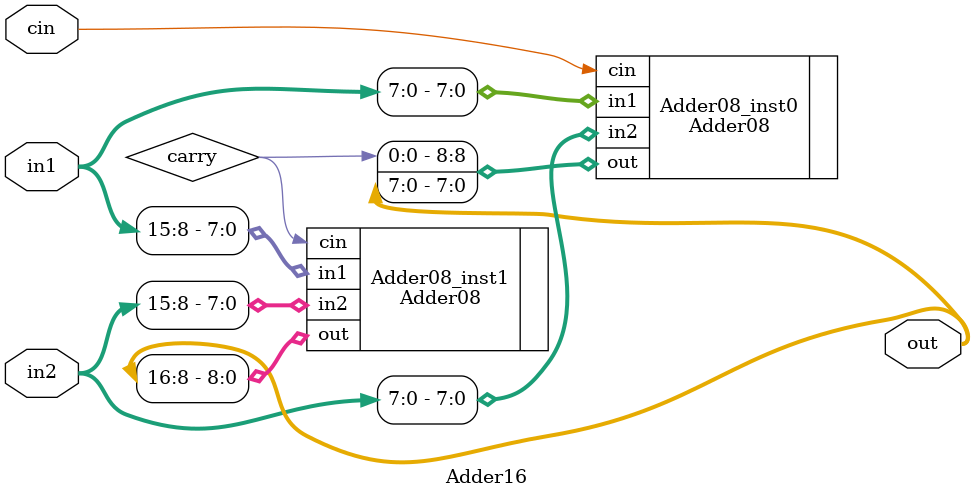
<source format=v>
`timescale 1ns / 1ps

module Adder16 (  //十六位超前进位快速加法器
    input         cin,
    input  [15:0] in1,
    input  [15:0] in2,
    output [16:0] out
);
  wire carry;
  Adder08 Adder08_inst0 (
      .cin(cin),
      .in1(in1[7:0]),
      .in2(in2[7:0]),
      .out({carry, out[7:0]})
  );
  Adder08 Adder08_inst1 (
      .cin(carry),
      .in1(in1[15:8]),
      .in2(in2[15:8]),
      .out(out[16:8])
  );

endmodule

</source>
